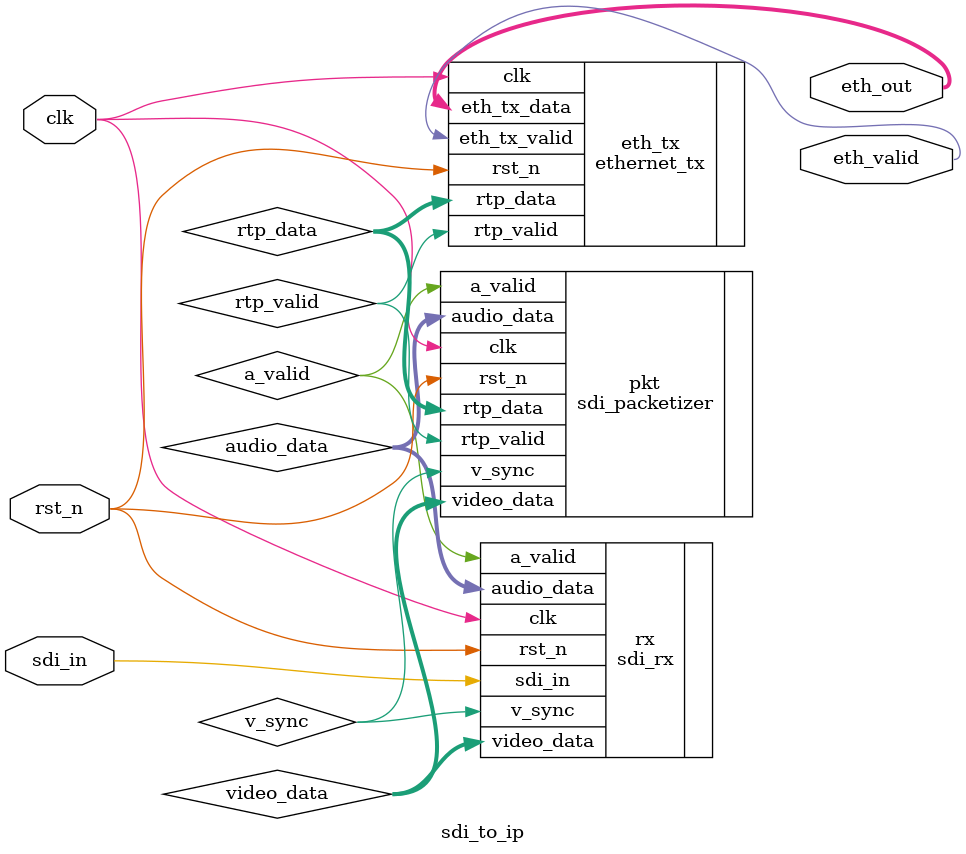
<source format=sv>
module sdi_to_ip (
    input  logic clk,
    input  logic rst_n,
    input  logic sdi_in,
    output logic [31:0] eth_out,
    output logic        eth_valid
);
    logic [9:0]  video_data;
    logic [15:0] audio_data;
    logic [31:0] rtp_data;
    logic        rtp_valid, v_sync, a_valid;

    // SDI Receiver
    sdi_rx rx (
        .clk(clk), .rst_n(rst_n), .sdi_in(sdi_in),
        .video_data(video_data), .audio_data(audio_data),
        .v_sync(v_sync), .a_valid(a_valid)
    );

    // Packetizer
    sdi_packetizer pkt (
        .clk(clk), .rst_n(rst_n), .video_data(video_data), .audio_data(audio_data),
        .v_sync(v_sync), .a_valid(a_valid),
        .rtp_data(rtp_data), .rtp_valid(rtp_valid)
    );

    // Ethernet Transmitter
    ethernet_tx eth_tx (
        .clk(clk), .rst_n(rst_n), .rtp_data(rtp_data), .rtp_valid(rtp_valid),
        .eth_tx_data(eth_out), .eth_tx_valid(eth_valid)
    );

endmodule

</source>
